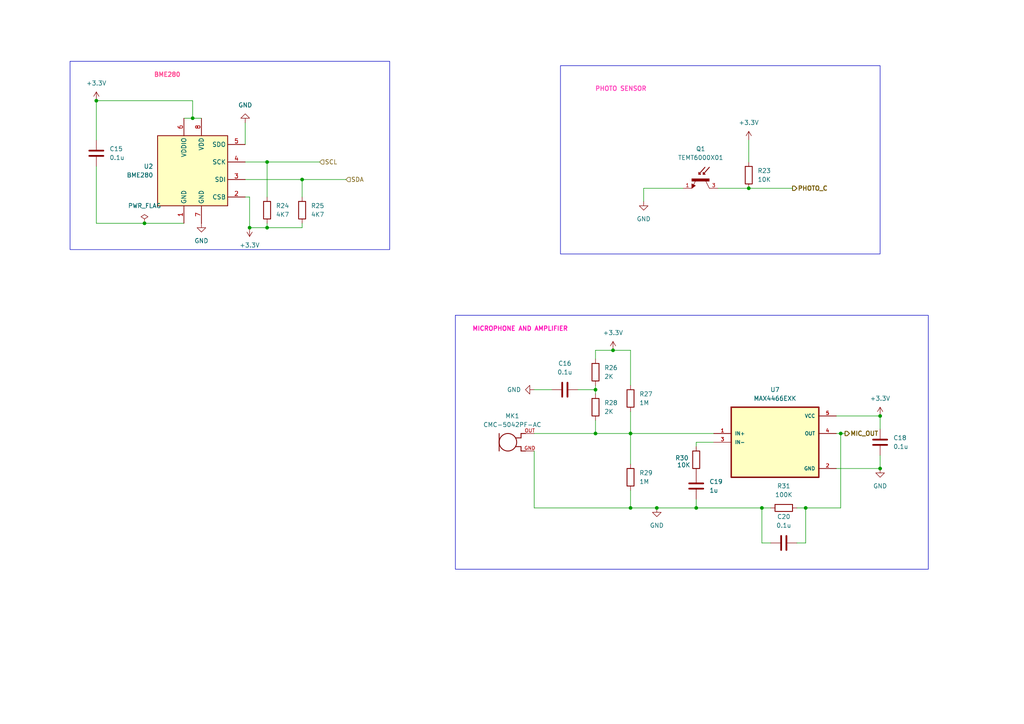
<source format=kicad_sch>
(kicad_sch (version 20250114) (generator "eeschema") (generator_version "9.0")
  (paper "A4")
  (lib_symbols
    (symbol "CMC-5042PF-AC:CMC-5042PF-AC" (pin_names (offset 1.016))
      (property "Reference" "MK" (at -2.5424 5.0848 0))
      (property "Value" "CMC-5042PF-AC" (at -2.5442 -6.3606 0))
      (symbol "CMC-5042PF-AC_0_0"
        (polyline (pts (xy -2.54 2.54) (xy -2.54 -2.54)) (stroke (width 0.254)))
        (circle (center 0 0) (radius 2.54) (stroke (width 0.254)))
        (polyline (pts (xy 3.81 2.54) (xy 3.81 1.27)) (stroke (width 0.254)))
        (polyline (pts (xy 3.81 1.27) (xy 2.2352 1.27)) (stroke (width 0.254)))
        (polyline (pts (xy 3.81 -1.27) (xy 2.2352 -1.27)) (stroke (width 0.254)))
        (polyline (pts (xy 3.81 -2.54) (xy 3.81 -1.27)) (stroke (width 0.254)))
        (polyline (pts (xy 5.08 2.54) (xy 3.81 2.54)) (stroke (width 0.254)))
        (polyline (pts (xy 5.08 -2.54) (xy 3.81 -2.54)) (stroke (width 0.254)))
        (pin output line (at 7.62 2.54 180) (length 2.54) (name "~") (number "OUT"))
        (pin power_in line (at 7.62 -2.54 180) (length 2.54) (name "~") (number "GND"))
      )
    )
    (symbol "Device:C" (pin_numbers (hide yes)) (pin_names (offset 0.254))
      (property "Reference" "C" (at 0.635 2.54 0))
      (property "Value" "C" (at 0.635 -2.54 0))
      (symbol "C_0_1"
        (polyline (pts (xy -2.032 0.762) (xy 2.032 0.762)) (stroke (width 0.508)))
        (polyline (pts (xy -2.032 -0.762) (xy 2.032 -0.762)) (stroke (width 0.508)))
      )
      (symbol "C_1_1"
        (pin passive line (at 0 3.81 270) (length 2.794) (name "~") (number "1"))
        (pin passive line (at 0 -3.81 90) (length 2.794) (name "~") (number "2"))
      )
    )
    (symbol "Device:R" (pin_numbers (hide yes)) (pin_names (offset 0))
      (property "Reference" "R" (at 2.032 0 90))
      (property "Value" "R" (at 0 0 90))
      (symbol "R_0_1"
        (rectangle (start -1.016 -2.54) (end 1.016 2.54) (stroke (width 0.254)))
      )
      (symbol "R_1_1"
        (pin passive line (at 0 3.81 270) (length 1.27) (name "~") (number "1"))
        (pin passive line (at 0 -3.81 90) (length 1.27) (name "~") (number "2"))
      )
    )
    (symbol "MAX4466EXK:MAX4466EXK" (pin_names (offset 1.016))
      (property "Reference" "U" (at -12.7 11.16 0))
      (property "Value" "MAX4466EXK" (at -12.7 -14.16 0))
      (symbol "MAX4466EXK_0_0"
        (rectangle (start -12.7 -10.16) (end 12.7 10.16) (stroke (width 0.41)) (fill (type background)))
        (pin input line (at -17.78 2.54 0) (length 5.08) (name "IN+") (number "1"))
        (pin input line (at -17.78 0 0) (length 5.08) (name "IN-") (number "3"))
        (pin power_in line (at 17.78 7.62 180) (length 5.08) (name "VCC") (number "5"))
        (pin output line (at 17.78 2.54 180) (length 5.08) (name "OUT") (number "4"))
        (pin power_in line (at 17.78 -7.62 180) (length 5.08) (name "GND") (number "2"))
      )
    )
    (symbol "Sensor:BME280"
      (property "Reference" "U" (at -8.89 11.43 0))
      (property "Value" "BME280" (at 7.62 11.43 0))
      (symbol "BME280_0_1"
        (rectangle (start -10.16 10.16) (end 10.16 -10.16) (stroke (width 0.254)) (fill (type background)))
      )
      (symbol "BME280_1_1"
        (pin power_in line (at -2.54 15.24 270) (length 5.08) (name "VDDIO") (number "6"))
        (pin power_in line (at -2.54 -15.24 90) (length 5.08) (name "GND") (number "1"))
        (pin power_in line (at 2.54 15.24 270) (length 5.08) (name "VDD") (number "8"))
        (pin power_in line (at 2.54 -15.24 90) (length 5.08) (name "GND") (number "7"))
        (pin bidirectional line (at 15.24 7.62 180) (length 5.08) (name "SDO") (number "5"))
        (pin input line (at 15.24 2.54 180) (length 5.08) (name "SCK") (number "4"))
        (pin bidirectional line (at 15.24 -2.54 180) (length 5.08) (name "SDI") (number "3"))
        (pin input line (at 15.24 -7.62 180) (length 5.08) (name "CSB") (number "2"))
      )
    )
    (symbol "TEMT6000X01:TEMT6000X01" (pin_names (offset 1.016))
      (property "Reference" "Q" (at 5.0999 0 0))
      (property "Value" "TEMT6000X01" (at 5.0887 -2.5444 0))
      (symbol "TEMT6000X01_0_0"
        (polyline (pts (xy -3.556 2.54) (xy -1.524 0.762)) (stroke (width 0.254)))
        (polyline (pts (xy -3.556 1.27) (xy -1.524 -0.508)) (stroke (width 0.254)))
        (polyline (pts (xy -2.032 0.762) (xy -1.524 1.27)) (stroke (width 0.254)))
        (polyline (pts (xy -2.032 -0.508) (xy -1.524 0)) (stroke (width 0.254)))
        (polyline (pts (xy -1.524 1.27) (xy -1.524 0.762)) (stroke (width 0.254)))
        (polyline (pts (xy -1.524 0.762) (xy -2.032 0.762)) (stroke (width 0.254)))
        (polyline (pts (xy -1.524 0) (xy -1.524 -0.508)) (stroke (width 0.254)))
        (polyline (pts (xy -1.524 -0.508) (xy -2.032 -0.508)) (stroke (width 0.254)))
        (rectangle (start -0.2547 -2.5468) (end 0.508 2.54) (stroke (width 0.1)) (fill (type outline)))
        (polyline (pts (xy 1.27 -2.54) (xy 1.778 -1.524)) (stroke (width 0.1524)))
        (polyline (pts (xy 1.524 -2.286) (xy 1.905 -2.286)) (stroke (width 0.254)))
        (polyline (pts (xy 1.524 -2.413) (xy 2.286 -2.413)) (stroke (width 0.254)))
        (polyline (pts (xy 1.54 -2.04) (xy 0.308 -1.424)) (stroke (width 0.1524)))
        (polyline (pts (xy 1.778 -1.524) (xy 2.54 -2.54)) (stroke (width 0.1524)))
        (polyline (pts (xy 1.778 -1.778) (xy 1.524 -2.286)) (stroke (width 0.254)))
        (polyline (pts (xy 1.905 -2.286) (xy 1.778 -2.032)) (stroke (width 0.254)))
        (polyline (pts (xy 2.286 -2.413) (xy 1.778 -1.778)) (stroke (width 0.254)))
        (polyline (pts (xy 2.54 2.54) (xy 0.508 1.524)) (stroke (width 0.1524)))
        (polyline (pts (xy 2.54 -2.54) (xy 1.27 -2.54)) (stroke (width 0.1524)))
        (pin passive line (at 2.54 5.08 270) (length 2.54) (name "~") (number "3"))
        (pin passive line (at 2.54 -5.08 90) (length 2.54) (name "~") (number "1"))
      )
    )
    (symbol "power:+3.3V" (power) (pin_numbers (hide yes)) (pin_names (offset 0) (hide yes))
      (property "Value" "+3.3V" (at 0 3.556 0))
      (symbol "+3.3V_0_1"
        (polyline (pts (xy -0.762 1.27) (xy 0 2.54)))
        (polyline (pts (xy 0 2.54) (xy 0.762 1.27)))
        (polyline (pts (xy 0 0) (xy 0 2.54)))
      )
      (symbol "+3.3V_1_1"
        (pin power_in line (at 0 0 90) (length 0) (name "~") (number "1"))
      )
    )
    (symbol "power:GND" (power) (pin_numbers (hide yes)) (pin_names (offset 0) (hide yes))
      (property "Value" "GND" (at 0 -3.81 0))
      (symbol "GND_0_1"
        (polyline (pts (xy 0 0) (xy 0 -1.27) (xy 1.27 -1.27) (xy 0 -2.54) (xy -1.27 -1.27) (xy 0 -1.27)))
      )
      (symbol "GND_1_1"
        (pin power_in line (at 0 0 270) (length 0) (name "~") (number "1"))
      )
    )
    (symbol "power:PWR_FLAG" (power) (pin_numbers (hide yes)) (pin_names (offset 0) (hide yes))
      (property "Value" "PWR_FLAG" (at 0 3.81 0))
      (symbol "PWR_FLAG_0_0"
        (pin power_out line (at 0 0 90) (length 0) (name "~") (number "1"))
      )
      (symbol "PWR_FLAG_0_1"
        (polyline (pts (xy 0 0) (xy 0 1.27) (xy -1.016 1.905) (xy 0 2.54) (xy 1.016 1.905) (xy 0 1.27)))
      )
    )
  )
  (rectangle (start 132.08 91.44) (end 269.24 165.1))
  (rectangle (start 20.32 17.78) (end 113.03 72.39))
  (rectangle (start 162.56 19.05) (end 255.27 73.66))
  (text "PHOTO SENSOR" (at 180.086 25.908 0) (effects (font (size 1.27 1.27) (thickness 0.254) (bold yes))))
  (text "BME280" (at 48.514 21.844 0) (effects (font (size 1.27 1.27) (thickness 0.254) (bold yes))))
  (text "MICROPHONE AND AMPLIFIER" (at 150.876 95.504 0) (effects (font (size 1.27 1.27) (thickness 0.254) (bold yes))))
  (junction (at 27.94 29.21))
  (junction (at 55.88 34.29))
  (junction (at 190.5 147.32))
  (junction (at 182.88 125.73))
  (junction (at 182.88 147.32))
  (junction (at 77.47 46.99))
  (junction (at 172.72 125.73))
  (junction (at 217.17 54.61))
  (junction (at 201.93 147.32))
  (junction (at 77.47 66.04))
  (junction (at 87.63 52.07))
  (junction (at 177.8 101.6))
  (junction (at 233.68 147.32))
  (junction (at 172.72 113.03))
  (junction (at 72.39 66.04))
  (junction (at 255.27 120.65))
  (junction (at 243.84 125.73))
  (junction (at 255.27 135.89))
  (junction (at 220.98 147.32))
  (junction (at 41.91 64.77))
  (wire (pts (xy 201.93 129.54) (xy 201.93 128.27)))
  (wire (pts (xy 72.39 57.15) (xy 72.39 66.04)))
  (wire (pts (xy 172.72 113.03) (xy 172.72 111.76)))
  (wire (pts (xy 154.94 113.03) (xy 160.02 113.03)))
  (wire (pts (xy 53.34 34.29) (xy 55.88 34.29)))
  (wire (pts (xy 55.88 34.29) (xy 58.42 34.29)))
  (wire (pts (xy 41.91 64.77) (xy 27.94 64.77)))
  (wire (pts (xy 172.72 125.73) (xy 154.94 125.73)))
  (wire (pts (xy 182.88 101.6) (xy 182.88 111.76)))
  (wire (pts (xy 208.28 54.61) (xy 217.17 54.61)))
  (wire (pts (xy 233.68 147.32) (xy 231.14 147.32)))
  (wire (pts (xy 167.64 113.03) (xy 172.72 113.03)))
  (wire (pts (xy 172.72 121.92) (xy 172.72 125.73)))
  (wire (pts (xy 201.93 128.27) (xy 207.01 128.27)))
  (wire (pts (xy 186.69 54.61) (xy 186.69 58.42)))
  (wire (pts (xy 182.88 125.73) (xy 172.72 125.73)))
  (wire (pts (xy 198.12 54.61) (xy 186.69 54.61)))
  (wire (pts (xy 243.84 125.73) (xy 245.11 125.73)))
  (wire (pts (xy 154.94 147.32) (xy 154.94 130.81)))
  (wire (pts (xy 190.5 147.32) (xy 182.88 147.32)))
  (wire (pts (xy 77.47 46.99) (xy 77.47 57.15)))
  (wire (pts (xy 27.94 29.21) (xy 55.88 29.21)))
  (wire (pts (xy 177.8 101.6) (xy 182.88 101.6)))
  (wire (pts (xy 87.63 52.07) (xy 87.63 57.15)))
  (wire (pts (xy 223.52 157.48) (xy 220.98 157.48)))
  (wire (pts (xy 242.57 135.89) (xy 255.27 135.89)))
  (wire (pts (xy 201.93 147.32) (xy 220.98 147.32)))
  (wire (pts (xy 207.01 125.73) (xy 182.88 125.73)))
  (wire (pts (xy 77.47 64.77) (xy 77.47 66.04)))
  (wire (pts (xy 77.47 46.99) (xy 92.71 46.99)))
  (wire (pts (xy 201.93 147.32) (xy 190.5 147.32)))
  (wire (pts (xy 172.72 101.6) (xy 177.8 101.6)))
  (wire (pts (xy 242.57 120.65) (xy 255.27 120.65)))
  (wire (pts (xy 71.12 57.15) (xy 72.39 57.15)))
  (wire (pts (xy 87.63 52.07) (xy 100.33 52.07)))
  (wire (pts (xy 231.14 157.48) (xy 233.68 157.48)))
  (wire (pts (xy 172.72 104.14) (xy 172.72 101.6)))
  (wire (pts (xy 27.94 40.64) (xy 27.94 29.21)))
  (wire (pts (xy 243.84 125.73) (xy 243.84 147.32)))
  (wire (pts (xy 182.88 147.32) (xy 154.94 147.32)))
  (wire (pts (xy 201.93 144.78) (xy 201.93 147.32)))
  (wire (pts (xy 53.34 64.77) (xy 41.91 64.77)))
  (wire (pts (xy 255.27 120.65) (xy 255.27 124.46)))
  (wire (pts (xy 217.17 54.61) (xy 229.87 54.61)))
  (wire (pts (xy 233.68 157.48) (xy 233.68 147.32)))
  (wire (pts (xy 182.88 142.24) (xy 182.88 147.32)))
  (wire (pts (xy 223.52 147.32) (xy 220.98 147.32)))
  (wire (pts (xy 255.27 132.08) (xy 255.27 135.89)))
  (wire (pts (xy 77.47 66.04) (xy 72.39 66.04)))
  (wire (pts (xy 71.12 46.99) (xy 77.47 46.99)))
  (wire (pts (xy 182.88 125.73) (xy 182.88 134.62)))
  (wire (pts (xy 87.63 66.04) (xy 77.47 66.04)))
  (wire (pts (xy 172.72 113.03) (xy 172.72 114.3)))
  (wire (pts (xy 242.57 125.73) (xy 243.84 125.73)))
  (wire (pts (xy 217.17 40.64) (xy 217.17 46.99)))
  (wire (pts (xy 220.98 157.48) (xy 220.98 147.32)))
  (wire (pts (xy 71.12 52.07) (xy 87.63 52.07)))
  (wire (pts (xy 182.88 119.38) (xy 182.88 125.73)))
  (wire (pts (xy 27.94 64.77) (xy 27.94 48.26)))
  (wire (pts (xy 87.63 64.77) (xy 87.63 66.04)))
  (wire (pts (xy 243.84 147.32) (xy 233.68 147.32)))
  (wire (pts (xy 71.12 35.56) (xy 71.12 41.91)))
  (wire (pts (xy 55.88 34.29) (xy 55.88 29.21)))
  (hierarchical_label "SDA" (shape input) (at 100.33 52.07 0))
  (hierarchical_label "MIC_OUT" (shape output) (at 245.11 125.73 0) (effects (font (thickness 0.254) (bold yes))))
  (hierarchical_label "SCL" (shape input) (at 92.71 46.99 0))
  (hierarchical_label "PHOTO_C" (shape output) (at 229.87 54.61 0) (effects (font (thickness 0.254) (bold yes))))
  (symbol (lib_id "Device:C") (at 201.93 140.97 180) (unit 1)
    (property "Reference" "C19" (at 205.74 139.6999 0) (effects (justify right)))
    (property "Value" "1u" (at 205.74 142.2399 0) (effects (justify right)))
    (property "Footprint" "Capacitor_SMD:C_0805_2012Metric" (effects (hide yes)))
    (property "Description" "Unpolarized capacitor" (effects (hide yes)))
  )
  (symbol (lib_id "Device:R") (at 182.88 138.43 180) (unit 1)
    (property "Reference" "R29" (at 185.42 137.1599 0) (effects (justify right)))
    (property "Value" "1M" (at 185.42 139.6999 0) (effects (justify right)))
    (property "Footprint" "Resistor_SMD:R_0805_2012Metric" (effects (hide yes)))
    (property "Description" "Resistor" (effects (hide yes)))
  )
  (symbol (lib_id "Device:R") (at 172.72 107.95 180) (unit 1)
    (property "Reference" "R26" (at 175.26 106.6799 0) (effects (justify right)))
    (property "Value" "2K" (at 175.26 109.2199 0) (effects (justify right)))
    (property "Footprint" "Resistor_SMD:R_0805_2012Metric" (effects (hide yes)))
    (property "Description" "Resistor" (effects (hide yes)))
  )
  (symbol (lib_id "Device:R") (at 87.63 60.96 0) (unit 1)
    (property "Reference" "R25" (at 90.17 59.6899 0) (effects (justify left)))
    (property "Value" "4K7" (at 90.17 62.2299 0) (effects (justify left)))
    (property "Footprint" "Resistor_SMD:R_0805_2012Metric" (effects (hide yes)))
    (property "Description" "Resistor" (effects (hide yes)))
  )
  (symbol (lib_id "Sensor:BME280") (at 55.88 49.53 0) (unit 1)
    (property "Reference" "U2" (at 44.45 48.2599 0) (effects (justify right)))
    (property "Value" "BME280" (at 44.45 50.7999 0) (effects (justify right)))
    (property "Footprint" "Package_LGA:Bosch_LGA-8_2.5x2.5mm_P0.65mm_ClockwisePinNumbering" (effects (hide yes)))
    (property "Datasheet" "https://www.bosch-sensortec.com/media/boschsensortec/downloads/datasheets/bst-bme280-ds002.pdf" (effects (hide yes)))
    (property "Description" "3-in-1 sensor, humidity, pressure, temperature, I2C and SPI interface, 1.71-3.6V, LGA-8" (effects (hide yes)))
  )
  (symbol (lib_id "power:+3.3V") (at 177.8 101.6 0) (unit 1)
    (property "Reference" "#PWR043" (effects (hide yes)))
    (property "Value" "+3.3V" (at 177.8 96.52 0))
    (property "Description" "Power symbol creates a global label with name \"+3.3V\"" (effects (hide yes)))
  )
  (symbol (lib_id "CMC-5042PF-AC:CMC-5042PF-AC") (at 147.32 128.27 0) (unit 1)
    (property "Reference" "MK1" (at 148.59 120.65 0))
    (property "Value" "CMC-5042PF-AC" (at 148.59 123.19 0))
    (property "Footprint" "CMC-5042PF-AC:CUI_CMC-5042PF-AC" (effects (hide yes)))
    (property "MF" "Same Sky" (effects (hide yes)))
    (property "Description_1" "6.0 mm, Omnidirectional, PCB Mount, 2.0 Vdc, Electret Condenser Microphone" (effects (hide yes)))
    (property "Package" "None" (effects (hide yes)))
    (property "Price" "None" (effects (hide yes)))
    (property "Check_prices" "https://www.snapeda.com/parts/CMC-5042PF-AC/Same+Sky/view-part/?ref=eda" (effects (hide yes)))
    (property "STANDARD" "Manufacturer recommendations" (effects (hide yes)))
    (property "SnapEDA_Link" "https://www.snapeda.com/parts/CMC-5042PF-AC/Same+Sky/view-part/?ref=snap" (effects (hide yes)))
    (property "MP" "CMC-5042PF-AC" (effects (hide yes)))
    (property "Availability" "In Stock" (effects (hide yes)))
    (property "MANUFACTURER" "CUI INC" (effects (hide yes)))
  )
  (symbol (lib_id "power:GND") (at 154.94 113.03 270) (unit 1)
    (property "Reference" "#PWR045" (effects (hide yes)))
    (property "Value" "GND" (at 151.13 113.0299 90) (effects (justify right)))
    (property "Description" "Power symbol creates a global label with name \"GND\" , ground" (effects (hide yes)))
  )
  (symbol (lib_id "Device:C") (at 163.83 113.03 90) (unit 1)
    (property "Reference" "C16" (at 163.83 105.41 90))
    (property "Value" "0.1u" (at 163.83 107.95 90))
    (property "Footprint" "Capacitor_SMD:C_0805_2012Metric" (effects (hide yes)))
    (property "Description" "Unpolarized capacitor" (effects (hide yes)))
  )
  (symbol (lib_id "power:+3.3V") (at 72.39 66.04 180) (unit 1)
    (property "Reference" "#PWR035" (effects (hide yes)))
    (property "Value" "+3.3V" (at 72.39 71.12 0))
    (property "Description" "Power symbol creates a global label with name \"+3.3V\"" (effects (hide yes)))
  )
  (symbol (lib_id "Device:R") (at 227.33 147.32 90) (unit 1)
    (property "Reference" "R31" (at 227.33 140.97 90))
    (property "Value" "100K" (at 227.33 143.51 90))
    (property "Footprint" "Resistor_SMD:R_0805_2012Metric" (effects (hide yes)))
    (property "Description" "Resistor" (effects (hide yes)))
  )
  (symbol (lib_id "power:+3.3V") (at 217.17 40.64 0) (unit 1)
    (property "Reference" "#PWR040" (effects (hide yes)))
    (property "Value" "+3.3V" (at 217.17 35.56 0))
    (property "Description" "Power symbol creates a global label with name \"+3.3V\"" (effects (hide yes)))
  )
  (symbol (lib_id "MAX4466EXK:MAX4466EXK") (at 224.79 128.27 0) (unit 1)
    (property "Reference" "U7" (at 224.79 113.03 0))
    (property "Value" "MAX4466EXK" (at 224.79 115.57 0))
    (property "Footprint" "MAX4466EXK:SOT65P210X110-5N" (effects (hide yes)))
    (property "MF" "Analog Devices" (effects (hide yes)))
    (property "Description_1" "Amplifier IC 1-Channel (Mono) Class AB SC-70-5" (effects (hide yes)))
    (property "Package" "SC-70-5 Maxim" (effects (hide yes)))
    (property "Price" "None" (effects (hide yes)))
    (property "SnapEDA_Link" "https://www.snapeda.com/parts/MAX4466EXK/Analog+Devices/view-part/?ref=snap" (effects (hide yes)))
    (property "MP" "MAX4466EXK" (effects (hide yes)))
    (property "Availability" "Not in stock" (effects (hide yes)))
    (property "Check_prices" "https://www.snapeda.com/parts/MAX4466EXK/Analog+Devices/view-part/?ref=eda" (effects (hide yes)))
  )
  (symbol (lib_id "power:GND") (at 255.27 135.89 0) (unit 1)
    (property "Reference" "#PWR042" (effects (hide yes)))
    (property "Value" "GND" (at 255.27 140.97 0))
    (property "Description" "Power symbol creates a global label with name \"GND\" , ground" (effects (hide yes)))
  )
  (symbol (lib_id "power:GND") (at 186.69 58.42 0) (unit 1)
    (property "Reference" "#PWR039" (effects (hide yes)))
    (property "Value" "GND" (at 186.69 63.5 0))
    (property "Description" "Power symbol creates a global label with name \"GND\" , ground" (effects (hide yes)))
  )
  (symbol (lib_id "Device:C") (at 27.94 44.45 0) (unit 1)
    (property "Reference" "C15" (at 31.75 43.1799 0) (effects (justify left)))
    (property "Value" "0.1u" (at 31.75 45.7199 0) (effects (justify left)))
    (property "Footprint" "Capacitor_SMD:C_0805_2012Metric" (effects (hide yes)))
    (property "Description" "Unpolarized capacitor" (effects (hide yes)))
  )
  (symbol (lib_id "Device:R") (at 201.93 133.35 180) (unit 1)
    (property "Reference" "R30" (at 195.834 132.842 0) (effects (justify right)))
    (property "Value" "10K" (at 196.342 134.874 0) (effects (justify right)))
    (property "Footprint" "Resistor_SMD:R_0805_2012Metric" (effects (hide yes)))
    (property "Description" "Resistor" (effects (hide yes)))
  )
  (symbol (lib_id "power:GND") (at 190.5 147.32 0) (unit 1)
    (property "Reference" "#PWR044" (effects (hide yes)))
    (property "Value" "GND" (at 190.5 152.4 0))
    (property "Description" "Power symbol creates a global label with name \"GND\" , ground" (effects (hide yes)))
  )
  (symbol (lib_id "power:GND") (at 58.42 64.77 0) (unit 1)
    (property "Reference" "#PWR036" (effects (hide yes)))
    (property "Value" "GND" (at 58.42 69.85 0))
    (property "Description" "Power symbol creates a global label with name \"GND\" , ground" (effects (hide yes)))
  )
  (symbol (lib_id "Device:R") (at 217.17 50.8 0) (unit 1)
    (property "Reference" "R23" (at 219.71 49.5299 0) (effects (justify left)))
    (property "Value" "10K" (at 219.71 52.0699 0) (effects (justify left)))
    (property "Footprint" "Resistor_SMD:R_0805_2012Metric" (effects (hide yes)))
    (property "Description" "Resistor" (effects (hide yes)))
  )
  (symbol (lib_id "power:+3.3V") (at 27.94 29.21 0) (unit 1)
    (property "Reference" "#PWR038" (effects (hide yes)))
    (property "Value" "+3.3V" (at 27.94 24.13 0))
    (property "Description" "Power symbol creates a global label with name \"+3.3V\"" (effects (hide yes)))
  )
  (symbol (lib_id "Device:R") (at 77.47 60.96 0) (unit 1)
    (property "Reference" "R24" (at 80.01 59.6899 0) (effects (justify left)))
    (property "Value" "4K7" (at 80.01 62.2299 0) (effects (justify left)))
    (property "Footprint" "Resistor_SMD:R_0805_2012Metric" (effects (hide yes)))
    (property "Description" "Resistor" (effects (hide yes)))
  )
  (symbol (lib_id "TEMT6000X01:TEMT6000X01") (at 203.2 52.07 270) (unit 1)
    (property "Reference" "Q1" (at 203.2254 43.18 90))
    (property "Value" "TEMT6000X01" (at 203.2254 45.72 90))
    (property "Footprint" "TEMT6000X01:TRANS_TEMT6000X01" (effects (hide yes)))
    (property "MF" "Vishay Semiconductor" (effects (hide yes)))
    (property "Description_1" "Phototransistors 570nm Top View 1206 (3216 Metric)" (effects (hide yes)))
    (property "Package" "1206 Vishay" (effects (hide yes)))
    (property "Price" "None" (effects (hide yes)))
    (property "Check_prices" "https://www.snapeda.com/parts/TEMT6000X01/Vishay/view-part/?ref=eda" (effects (hide yes)))
    (property "STANDARD" "Manufacturer Recommendations" (effects (hide yes)))
    (property "PARTREV" "1.9" (effects (hide yes)))
    (property "SnapEDA_Link" "https://www.snapeda.com/parts/TEMT6000X01/Vishay/view-part/?ref=snap" (effects (hide yes)))
    (property "MP" "TEMT6000X01" (effects (hide yes)))
    (property "Availability" "In Stock" (effects (hide yes)))
    (property "MANUFACTURER" "VISHAY" (effects (hide yes)))
  )
  (symbol (lib_id "Device:R") (at 172.72 118.11 180) (unit 1)
    (property "Reference" "R28" (at 175.26 116.8399 0) (effects (justify right)))
    (property "Value" "2K" (at 175.26 119.3799 0) (effects (justify right)))
    (property "Footprint" "Resistor_SMD:R_0805_2012Metric" (effects (hide yes)))
    (property "Description" "Resistor" (effects (hide yes)))
  )
  (symbol (lib_id "power:GND") (at 71.12 35.56 180) (unit 1)
    (property "Reference" "#PWR037" (effects (hide yes)))
    (property "Value" "GND" (at 71.12 30.48 0))
    (property "Description" "Power symbol creates a global label with name \"GND\" , ground" (effects (hide yes)))
  )
  (symbol (lib_id "Device:C") (at 227.33 157.48 90) (unit 1)
    (property "Reference" "C20" (at 227.33 149.86 90))
    (property "Value" "0.1u" (at 227.33 152.4 90))
    (property "Footprint" "Capacitor_SMD:C_0805_2012Metric" (effects (hide yes)))
    (property "Description" "Unpolarized capacitor" (effects (hide yes)))
  )
  (symbol (lib_id "power:+3.3V") (at 255.27 120.65 0) (unit 1)
    (property "Reference" "#PWR041" (effects (hide yes)))
    (property "Value" "+3.3V" (at 255.27 115.57 0))
    (property "Description" "Power symbol creates a global label with name \"+3.3V\"" (effects (hide yes)))
  )
  (symbol (lib_id "power:PWR_FLAG") (at 41.91 64.77 0) (unit 1)
    (property "Reference" "#FLG05" (effects (hide yes)))
    (property "Value" "PWR_FLAG" (at 41.91 59.69 0))
    (property "Description" "Special symbol for telling ERC where power comes from" (effects (hide yes)))
  )
  (symbol (lib_id "Device:C") (at 255.27 128.27 0) (unit 1)
    (property "Reference" "C18" (at 259.08 126.9999 0) (effects (justify left)))
    (property "Value" "0.1u" (at 259.08 129.5399 0) (effects (justify left)))
    (property "Footprint" "Capacitor_SMD:C_0805_2012Metric" (effects (hide yes)))
    (property "Description" "Unpolarized capacitor" (effects (hide yes)))
  )
  (symbol (lib_id "Device:R") (at 182.88 115.57 180) (unit 1)
    (property "Reference" "R27" (at 185.42 114.2999 0) (effects (justify right)))
    (property "Value" "1M" (at 185.42 116.8399 0) (effects (justify right)))
    (property "Footprint" "Resistor_SMD:R_0805_2012Metric" (effects (hide yes)))
    (property "Description" "Resistor" (effects (hide yes)))
  )
)
</source>
